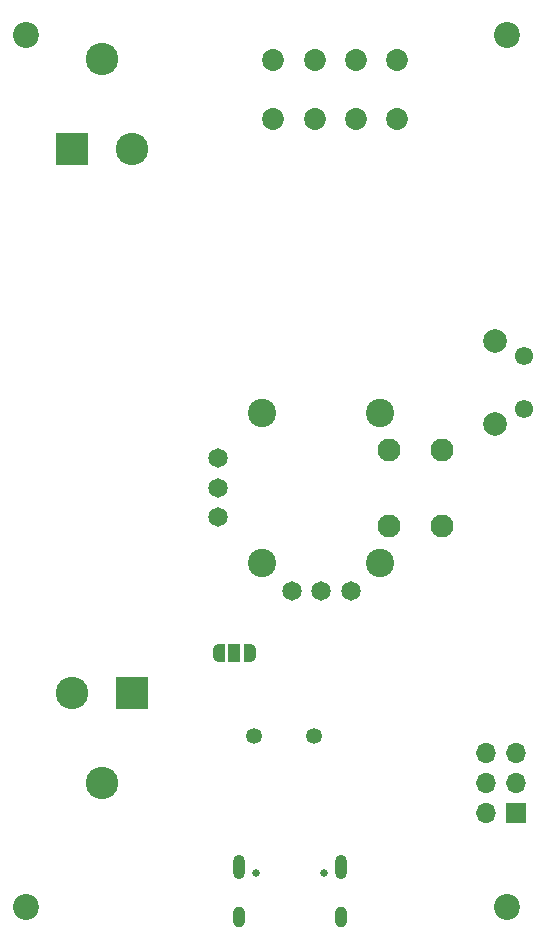
<source format=gbs>
%TF.GenerationSoftware,KiCad,Pcbnew,8.0.6*%
%TF.CreationDate,2024-10-28T23:36:15+00:00*%
%TF.ProjectId,StepUp,53746570-5570-42e6-9b69-6361645f7063,v0.1*%
%TF.SameCoordinates,Original*%
%TF.FileFunction,Soldermask,Bot*%
%TF.FilePolarity,Negative*%
%FSLAX46Y46*%
G04 Gerber Fmt 4.6, Leading zero omitted, Abs format (unit mm)*
G04 Created by KiCad (PCBNEW 8.0.6) date 2024-10-28 23:36:15*
%MOMM*%
%LPD*%
G01*
G04 APERTURE LIST*
G04 Aperture macros list*
%AMFreePoly0*
4,1,19,0.550000,-0.750000,0.000000,-0.750000,0.000000,-0.744911,-0.071157,-0.744911,-0.207708,-0.704816,-0.327430,-0.627875,-0.420627,-0.520320,-0.479746,-0.390866,-0.500000,-0.250000,-0.500000,0.250000,-0.479746,0.390866,-0.420627,0.520320,-0.327430,0.627875,-0.207708,0.704816,-0.071157,0.744911,0.000000,0.744911,0.000000,0.750000,0.550000,0.750000,0.550000,-0.750000,0.550000,-0.750000,
$1*%
%AMFreePoly1*
4,1,19,0.000000,0.744911,0.071157,0.744911,0.207708,0.704816,0.327430,0.627875,0.420627,0.520320,0.479746,0.390866,0.500000,0.250000,0.500000,-0.250000,0.479746,-0.390866,0.420627,-0.520320,0.327430,-0.627875,0.207708,-0.704816,0.071157,-0.744911,0.000000,-0.744911,0.000000,-0.750000,-0.550000,-0.750000,-0.550000,0.750000,0.000000,0.750000,0.000000,0.744911,0.000000,0.744911,
$1*%
G04 Aperture macros list end*
%ADD10C,0.650000*%
%ADD11O,1.000000X2.100000*%
%ADD12O,1.000000X1.800000*%
%ADD13C,2.200000*%
%ADD14R,1.700000X1.700000*%
%ADD15O,1.700000X1.700000*%
%ADD16C,1.550000*%
%ADD17C,2.000000*%
%ADD18C,1.350000*%
%ADD19C,1.650000*%
%ADD20C,1.950000*%
%ADD21C,2.400000*%
%ADD22R,2.745000X2.745000*%
%ADD23C,2.745000*%
%ADD24C,1.854000*%
%ADD25FreePoly0,180.000000*%
%ADD26R,1.000000X1.500000*%
%ADD27FreePoly1,180.000000*%
G04 APERTURE END LIST*
D10*
%TO.C,J1*%
X79168000Y-124025000D03*
X84948000Y-124025000D03*
D11*
X77738000Y-123525000D03*
D12*
X77738000Y-127705000D03*
D11*
X86378000Y-123525000D03*
D12*
X86378000Y-127705000D03*
%TD*%
D13*
%TO.C,H3*%
X59708000Y-126890000D03*
%TD*%
%TO.C,H2*%
X100458000Y-53090000D03*
%TD*%
%TO.C,H1*%
X59708000Y-53090000D03*
%TD*%
D14*
%TO.C,J2*%
X101183000Y-118915000D03*
D15*
X98643000Y-118915000D03*
X101183000Y-116375000D03*
X98643000Y-116375000D03*
X101183000Y-113835000D03*
X98643000Y-113835000D03*
%TD*%
D13*
%TO.C,H4*%
X100458000Y-126890000D03*
%TD*%
D16*
%TO.C,SW3*%
X101908000Y-80190000D03*
X101908000Y-84690000D03*
D17*
X99418000Y-78935000D03*
X99418000Y-85945000D03*
%TD*%
D18*
%TO.C,BZ1*%
X79050500Y-112400000D03*
X84050500Y-112400000D03*
%TD*%
D19*
%TO.C,JOY1*%
X75974400Y-93898501D03*
X75974400Y-91398501D03*
X75974400Y-88898501D03*
X87204400Y-100128501D03*
X84704400Y-100128501D03*
X82204400Y-100128501D03*
D20*
X90454400Y-88148501D03*
X90454400Y-94648501D03*
X94954400Y-88148501D03*
X94954400Y-94648501D03*
D21*
X79704400Y-97723501D03*
X79704400Y-85073501D03*
X89704400Y-85073501D03*
X89704400Y-97723501D03*
%TD*%
D22*
%TO.C,BT2*%
X68698000Y-108720000D03*
D23*
X63618000Y-108720000D03*
X66158000Y-116340000D03*
%TD*%
D24*
%TO.C,J3*%
X80658000Y-60140000D03*
X80658000Y-55140000D03*
X84158000Y-60140000D03*
X84158000Y-55140000D03*
X87658000Y-60140000D03*
X87658000Y-55140000D03*
X91158000Y-60140000D03*
X91158000Y-55140000D03*
%TD*%
D25*
%TO.C,JP2*%
X78650500Y-105400000D03*
D26*
X77350500Y-105400000D03*
D27*
X76050500Y-105400000D03*
%TD*%
D22*
%TO.C,BT1*%
X63618000Y-62720000D03*
D23*
X68698000Y-62720000D03*
X66158000Y-55100000D03*
%TD*%
M02*

</source>
